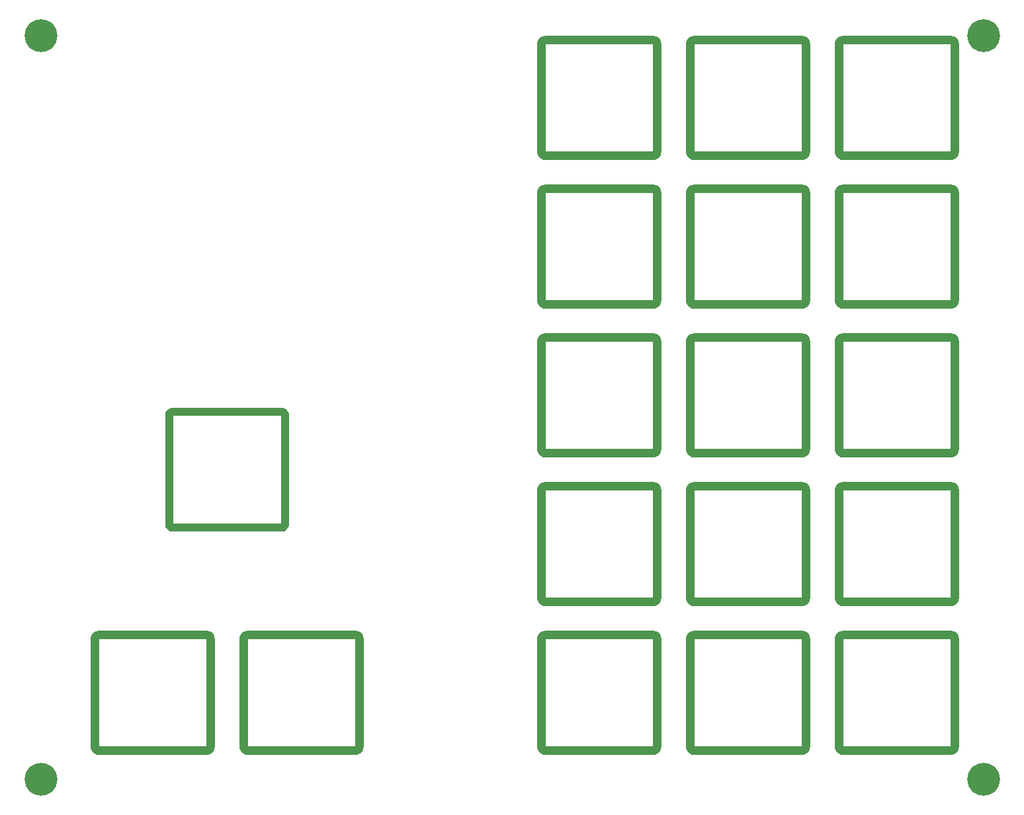
<source format=gbr>
%TF.GenerationSoftware,KiCad,Pcbnew,(5.1.10)-1*%
%TF.CreationDate,2021-08-05T22:39:10+03:00*%
%TF.ProjectId,plate-maker,706c6174-652d-46d6-916b-65722e6b6963,rev?*%
%TF.SameCoordinates,Original*%
%TF.FileFunction,Soldermask,Bot*%
%TF.FilePolarity,Negative*%
%FSLAX46Y46*%
G04 Gerber Fmt 4.6, Leading zero omitted, Abs format (unit mm)*
G04 Created by KiCad (PCBNEW (5.1.10)-1) date 2021-08-05 22:39:10*
%MOMM*%
%LPD*%
G01*
G04 APERTURE LIST*
%ADD10C,4.200000*%
%ADD11C,0.254000*%
%ADD12C,0.100000*%
G04 APERTURE END LIST*
D10*
%TO.C,REF\u002A\u002A*%
X147637500Y-147637500D03*
%TD*%
%TO.C,REF\u002A\u002A*%
X26987500Y-147637500D03*
%TD*%
%TO.C,REF\u002A\u002A*%
X26987500Y-52387500D03*
%TD*%
%TO.C,REF\u002A\u002A*%
X147637500Y-52387500D03*
%TD*%
D11*
X105532689Y-128731876D02*
X105696350Y-128781522D01*
X105847172Y-128862138D01*
X105979370Y-128970630D01*
X106087862Y-129102828D01*
X106168478Y-129253650D01*
X106218124Y-129417311D01*
X106235500Y-129593734D01*
X106235500Y-143456266D01*
X106218124Y-143632689D01*
X106168478Y-143796350D01*
X106087862Y-143947172D01*
X105979370Y-144079370D01*
X105847172Y-144187862D01*
X105696350Y-144268478D01*
X105532689Y-144318124D01*
X105356266Y-144335500D01*
X91493734Y-144335500D01*
X91317311Y-144318124D01*
X91153650Y-144268478D01*
X91002828Y-144187862D01*
X90870630Y-144079370D01*
X90762138Y-143947172D01*
X90681522Y-143796350D01*
X90631876Y-143632689D01*
X90614500Y-143456266D01*
X90614500Y-129593734D01*
X90621269Y-129525000D01*
X91425000Y-129525000D01*
X91425000Y-143525000D01*
X105425000Y-143525000D01*
X105425000Y-129525000D01*
X91425000Y-129525000D01*
X90621269Y-129525000D01*
X90631876Y-129417311D01*
X90681522Y-129253650D01*
X90762138Y-129102828D01*
X90870630Y-128970630D01*
X91002828Y-128862138D01*
X91153650Y-128781522D01*
X91317311Y-128731876D01*
X91493734Y-128714500D01*
X105356266Y-128714500D01*
X105532689Y-128731876D01*
D12*
G36*
X105532689Y-128731876D02*
G01*
X105696350Y-128781522D01*
X105847172Y-128862138D01*
X105979370Y-128970630D01*
X106087862Y-129102828D01*
X106168478Y-129253650D01*
X106218124Y-129417311D01*
X106235500Y-129593734D01*
X106235500Y-143456266D01*
X106218124Y-143632689D01*
X106168478Y-143796350D01*
X106087862Y-143947172D01*
X105979370Y-144079370D01*
X105847172Y-144187862D01*
X105696350Y-144268478D01*
X105532689Y-144318124D01*
X105356266Y-144335500D01*
X91493734Y-144335500D01*
X91317311Y-144318124D01*
X91153650Y-144268478D01*
X91002828Y-144187862D01*
X90870630Y-144079370D01*
X90762138Y-143947172D01*
X90681522Y-143796350D01*
X90631876Y-143632689D01*
X90614500Y-143456266D01*
X90614500Y-129593734D01*
X90621269Y-129525000D01*
X91425000Y-129525000D01*
X91425000Y-143525000D01*
X105425000Y-143525000D01*
X105425000Y-129525000D01*
X91425000Y-129525000D01*
X90621269Y-129525000D01*
X90631876Y-129417311D01*
X90681522Y-129253650D01*
X90762138Y-129102828D01*
X90870630Y-128970630D01*
X91002828Y-128862138D01*
X91153650Y-128781522D01*
X91317311Y-128731876D01*
X91493734Y-128714500D01*
X105356266Y-128714500D01*
X105532689Y-128731876D01*
G37*
D11*
X124582689Y-128731876D02*
X124746350Y-128781522D01*
X124897172Y-128862138D01*
X125029370Y-128970630D01*
X125137862Y-129102828D01*
X125218478Y-129253650D01*
X125268124Y-129417311D01*
X125285500Y-129593734D01*
X125285500Y-143456266D01*
X125268124Y-143632689D01*
X125218478Y-143796350D01*
X125137862Y-143947172D01*
X125029370Y-144079370D01*
X124897172Y-144187862D01*
X124746350Y-144268478D01*
X124582689Y-144318124D01*
X124406266Y-144335500D01*
X110543734Y-144335500D01*
X110367311Y-144318124D01*
X110203650Y-144268478D01*
X110052828Y-144187862D01*
X109920630Y-144079370D01*
X109812138Y-143947172D01*
X109731522Y-143796350D01*
X109681876Y-143632689D01*
X109664500Y-143456266D01*
X109664500Y-129593734D01*
X109671269Y-129525000D01*
X110475000Y-129525000D01*
X110475000Y-143525000D01*
X124475000Y-143525000D01*
X124475000Y-129525000D01*
X110475000Y-129525000D01*
X109671269Y-129525000D01*
X109681876Y-129417311D01*
X109731522Y-129253650D01*
X109812138Y-129102828D01*
X109920630Y-128970630D01*
X110052828Y-128862138D01*
X110203650Y-128781522D01*
X110367311Y-128731876D01*
X110543734Y-128714500D01*
X124406266Y-128714500D01*
X124582689Y-128731876D01*
D12*
G36*
X124582689Y-128731876D02*
G01*
X124746350Y-128781522D01*
X124897172Y-128862138D01*
X125029370Y-128970630D01*
X125137862Y-129102828D01*
X125218478Y-129253650D01*
X125268124Y-129417311D01*
X125285500Y-129593734D01*
X125285500Y-143456266D01*
X125268124Y-143632689D01*
X125218478Y-143796350D01*
X125137862Y-143947172D01*
X125029370Y-144079370D01*
X124897172Y-144187862D01*
X124746350Y-144268478D01*
X124582689Y-144318124D01*
X124406266Y-144335500D01*
X110543734Y-144335500D01*
X110367311Y-144318124D01*
X110203650Y-144268478D01*
X110052828Y-144187862D01*
X109920630Y-144079370D01*
X109812138Y-143947172D01*
X109731522Y-143796350D01*
X109681876Y-143632689D01*
X109664500Y-143456266D01*
X109664500Y-129593734D01*
X109671269Y-129525000D01*
X110475000Y-129525000D01*
X110475000Y-143525000D01*
X124475000Y-143525000D01*
X124475000Y-129525000D01*
X110475000Y-129525000D01*
X109671269Y-129525000D01*
X109681876Y-129417311D01*
X109731522Y-129253650D01*
X109812138Y-129102828D01*
X109920630Y-128970630D01*
X110052828Y-128862138D01*
X110203650Y-128781522D01*
X110367311Y-128731876D01*
X110543734Y-128714500D01*
X124406266Y-128714500D01*
X124582689Y-128731876D01*
G37*
D11*
X143632689Y-128731876D02*
X143796350Y-128781522D01*
X143947172Y-128862138D01*
X144079370Y-128970630D01*
X144187862Y-129102828D01*
X144268478Y-129253650D01*
X144318124Y-129417311D01*
X144335500Y-129593734D01*
X144335500Y-143456266D01*
X144318124Y-143632689D01*
X144268478Y-143796350D01*
X144187862Y-143947172D01*
X144079370Y-144079370D01*
X143947172Y-144187862D01*
X143796350Y-144268478D01*
X143632689Y-144318124D01*
X143456266Y-144335500D01*
X129593734Y-144335500D01*
X129417311Y-144318124D01*
X129253650Y-144268478D01*
X129102828Y-144187862D01*
X128970630Y-144079370D01*
X128862138Y-143947172D01*
X128781522Y-143796350D01*
X128731876Y-143632689D01*
X128714500Y-143456266D01*
X128714500Y-129593734D01*
X128721269Y-129525000D01*
X129525000Y-129525000D01*
X129525000Y-143525000D01*
X143525000Y-143525000D01*
X143525000Y-129525000D01*
X129525000Y-129525000D01*
X128721269Y-129525000D01*
X128731876Y-129417311D01*
X128781522Y-129253650D01*
X128862138Y-129102828D01*
X128970630Y-128970630D01*
X129102828Y-128862138D01*
X129253650Y-128781522D01*
X129417311Y-128731876D01*
X129593734Y-128714500D01*
X143456266Y-128714500D01*
X143632689Y-128731876D01*
D12*
G36*
X143632689Y-128731876D02*
G01*
X143796350Y-128781522D01*
X143947172Y-128862138D01*
X144079370Y-128970630D01*
X144187862Y-129102828D01*
X144268478Y-129253650D01*
X144318124Y-129417311D01*
X144335500Y-129593734D01*
X144335500Y-143456266D01*
X144318124Y-143632689D01*
X144268478Y-143796350D01*
X144187862Y-143947172D01*
X144079370Y-144079370D01*
X143947172Y-144187862D01*
X143796350Y-144268478D01*
X143632689Y-144318124D01*
X143456266Y-144335500D01*
X129593734Y-144335500D01*
X129417311Y-144318124D01*
X129253650Y-144268478D01*
X129102828Y-144187862D01*
X128970630Y-144079370D01*
X128862138Y-143947172D01*
X128781522Y-143796350D01*
X128731876Y-143632689D01*
X128714500Y-143456266D01*
X128714500Y-129593734D01*
X128721269Y-129525000D01*
X129525000Y-129525000D01*
X129525000Y-143525000D01*
X143525000Y-143525000D01*
X143525000Y-129525000D01*
X129525000Y-129525000D01*
X128721269Y-129525000D01*
X128731876Y-129417311D01*
X128781522Y-129253650D01*
X128862138Y-129102828D01*
X128970630Y-128970630D01*
X129102828Y-128862138D01*
X129253650Y-128781522D01*
X129417311Y-128731876D01*
X129593734Y-128714500D01*
X143456266Y-128714500D01*
X143632689Y-128731876D01*
G37*
D11*
X143632689Y-109681876D02*
X143796350Y-109731522D01*
X143947172Y-109812138D01*
X144079370Y-109920630D01*
X144187862Y-110052828D01*
X144268478Y-110203650D01*
X144318124Y-110367311D01*
X144335500Y-110543734D01*
X144335500Y-124406266D01*
X144318124Y-124582689D01*
X144268478Y-124746350D01*
X144187862Y-124897172D01*
X144079370Y-125029370D01*
X143947172Y-125137862D01*
X143796350Y-125218478D01*
X143632689Y-125268124D01*
X143456266Y-125285500D01*
X129593734Y-125285500D01*
X129417311Y-125268124D01*
X129253650Y-125218478D01*
X129102828Y-125137862D01*
X128970630Y-125029370D01*
X128862138Y-124897172D01*
X128781522Y-124746350D01*
X128731876Y-124582689D01*
X128714500Y-124406266D01*
X128714500Y-110543734D01*
X128721269Y-110475000D01*
X129525000Y-110475000D01*
X129525000Y-124475000D01*
X143525000Y-124475000D01*
X143525000Y-110475000D01*
X129525000Y-110475000D01*
X128721269Y-110475000D01*
X128731876Y-110367311D01*
X128781522Y-110203650D01*
X128862138Y-110052828D01*
X128970630Y-109920630D01*
X129102828Y-109812138D01*
X129253650Y-109731522D01*
X129417311Y-109681876D01*
X129593734Y-109664500D01*
X143456266Y-109664500D01*
X143632689Y-109681876D01*
D12*
G36*
X143632689Y-109681876D02*
G01*
X143796350Y-109731522D01*
X143947172Y-109812138D01*
X144079370Y-109920630D01*
X144187862Y-110052828D01*
X144268478Y-110203650D01*
X144318124Y-110367311D01*
X144335500Y-110543734D01*
X144335500Y-124406266D01*
X144318124Y-124582689D01*
X144268478Y-124746350D01*
X144187862Y-124897172D01*
X144079370Y-125029370D01*
X143947172Y-125137862D01*
X143796350Y-125218478D01*
X143632689Y-125268124D01*
X143456266Y-125285500D01*
X129593734Y-125285500D01*
X129417311Y-125268124D01*
X129253650Y-125218478D01*
X129102828Y-125137862D01*
X128970630Y-125029370D01*
X128862138Y-124897172D01*
X128781522Y-124746350D01*
X128731876Y-124582689D01*
X128714500Y-124406266D01*
X128714500Y-110543734D01*
X128721269Y-110475000D01*
X129525000Y-110475000D01*
X129525000Y-124475000D01*
X143525000Y-124475000D01*
X143525000Y-110475000D01*
X129525000Y-110475000D01*
X128721269Y-110475000D01*
X128731876Y-110367311D01*
X128781522Y-110203650D01*
X128862138Y-110052828D01*
X128970630Y-109920630D01*
X129102828Y-109812138D01*
X129253650Y-109731522D01*
X129417311Y-109681876D01*
X129593734Y-109664500D01*
X143456266Y-109664500D01*
X143632689Y-109681876D01*
G37*
D11*
X124582689Y-109681876D02*
X124746350Y-109731522D01*
X124897172Y-109812138D01*
X125029370Y-109920630D01*
X125137862Y-110052828D01*
X125218478Y-110203650D01*
X125268124Y-110367311D01*
X125285500Y-110543734D01*
X125285500Y-124406266D01*
X125268124Y-124582689D01*
X125218478Y-124746350D01*
X125137862Y-124897172D01*
X125029370Y-125029370D01*
X124897172Y-125137862D01*
X124746350Y-125218478D01*
X124582689Y-125268124D01*
X124406266Y-125285500D01*
X110543734Y-125285500D01*
X110367311Y-125268124D01*
X110203650Y-125218478D01*
X110052828Y-125137862D01*
X109920630Y-125029370D01*
X109812138Y-124897172D01*
X109731522Y-124746350D01*
X109681876Y-124582689D01*
X109664500Y-124406266D01*
X109664500Y-110543734D01*
X109671269Y-110475000D01*
X110475000Y-110475000D01*
X110475000Y-124475000D01*
X124475000Y-124475000D01*
X124475000Y-110475000D01*
X110475000Y-110475000D01*
X109671269Y-110475000D01*
X109681876Y-110367311D01*
X109731522Y-110203650D01*
X109812138Y-110052828D01*
X109920630Y-109920630D01*
X110052828Y-109812138D01*
X110203650Y-109731522D01*
X110367311Y-109681876D01*
X110543734Y-109664500D01*
X124406266Y-109664500D01*
X124582689Y-109681876D01*
D12*
G36*
X124582689Y-109681876D02*
G01*
X124746350Y-109731522D01*
X124897172Y-109812138D01*
X125029370Y-109920630D01*
X125137862Y-110052828D01*
X125218478Y-110203650D01*
X125268124Y-110367311D01*
X125285500Y-110543734D01*
X125285500Y-124406266D01*
X125268124Y-124582689D01*
X125218478Y-124746350D01*
X125137862Y-124897172D01*
X125029370Y-125029370D01*
X124897172Y-125137862D01*
X124746350Y-125218478D01*
X124582689Y-125268124D01*
X124406266Y-125285500D01*
X110543734Y-125285500D01*
X110367311Y-125268124D01*
X110203650Y-125218478D01*
X110052828Y-125137862D01*
X109920630Y-125029370D01*
X109812138Y-124897172D01*
X109731522Y-124746350D01*
X109681876Y-124582689D01*
X109664500Y-124406266D01*
X109664500Y-110543734D01*
X109671269Y-110475000D01*
X110475000Y-110475000D01*
X110475000Y-124475000D01*
X124475000Y-124475000D01*
X124475000Y-110475000D01*
X110475000Y-110475000D01*
X109671269Y-110475000D01*
X109681876Y-110367311D01*
X109731522Y-110203650D01*
X109812138Y-110052828D01*
X109920630Y-109920630D01*
X110052828Y-109812138D01*
X110203650Y-109731522D01*
X110367311Y-109681876D01*
X110543734Y-109664500D01*
X124406266Y-109664500D01*
X124582689Y-109681876D01*
G37*
D11*
X105532689Y-109681876D02*
X105696350Y-109731522D01*
X105847172Y-109812138D01*
X105979370Y-109920630D01*
X106087862Y-110052828D01*
X106168478Y-110203650D01*
X106218124Y-110367311D01*
X106235500Y-110543734D01*
X106235500Y-124406266D01*
X106218124Y-124582689D01*
X106168478Y-124746350D01*
X106087862Y-124897172D01*
X105979370Y-125029370D01*
X105847172Y-125137862D01*
X105696350Y-125218478D01*
X105532689Y-125268124D01*
X105356266Y-125285500D01*
X91493734Y-125285500D01*
X91317311Y-125268124D01*
X91153650Y-125218478D01*
X91002828Y-125137862D01*
X90870630Y-125029370D01*
X90762138Y-124897172D01*
X90681522Y-124746350D01*
X90631876Y-124582689D01*
X90614500Y-124406266D01*
X90614500Y-110543734D01*
X90621269Y-110475000D01*
X91425000Y-110475000D01*
X91425000Y-124475000D01*
X105425000Y-124475000D01*
X105425000Y-110475000D01*
X91425000Y-110475000D01*
X90621269Y-110475000D01*
X90631876Y-110367311D01*
X90681522Y-110203650D01*
X90762138Y-110052828D01*
X90870630Y-109920630D01*
X91002828Y-109812138D01*
X91153650Y-109731522D01*
X91317311Y-109681876D01*
X91493734Y-109664500D01*
X105356266Y-109664500D01*
X105532689Y-109681876D01*
D12*
G36*
X105532689Y-109681876D02*
G01*
X105696350Y-109731522D01*
X105847172Y-109812138D01*
X105979370Y-109920630D01*
X106087862Y-110052828D01*
X106168478Y-110203650D01*
X106218124Y-110367311D01*
X106235500Y-110543734D01*
X106235500Y-124406266D01*
X106218124Y-124582689D01*
X106168478Y-124746350D01*
X106087862Y-124897172D01*
X105979370Y-125029370D01*
X105847172Y-125137862D01*
X105696350Y-125218478D01*
X105532689Y-125268124D01*
X105356266Y-125285500D01*
X91493734Y-125285500D01*
X91317311Y-125268124D01*
X91153650Y-125218478D01*
X91002828Y-125137862D01*
X90870630Y-125029370D01*
X90762138Y-124897172D01*
X90681522Y-124746350D01*
X90631876Y-124582689D01*
X90614500Y-124406266D01*
X90614500Y-110543734D01*
X90621269Y-110475000D01*
X91425000Y-110475000D01*
X91425000Y-124475000D01*
X105425000Y-124475000D01*
X105425000Y-110475000D01*
X91425000Y-110475000D01*
X90621269Y-110475000D01*
X90631876Y-110367311D01*
X90681522Y-110203650D01*
X90762138Y-110052828D01*
X90870630Y-109920630D01*
X91002828Y-109812138D01*
X91153650Y-109731522D01*
X91317311Y-109681876D01*
X91493734Y-109664500D01*
X105356266Y-109664500D01*
X105532689Y-109681876D01*
G37*
D11*
X105532689Y-90631876D02*
X105696350Y-90681522D01*
X105847172Y-90762138D01*
X105979370Y-90870630D01*
X106087862Y-91002828D01*
X106168478Y-91153650D01*
X106218124Y-91317311D01*
X106235500Y-91493734D01*
X106235500Y-105356266D01*
X106218124Y-105532689D01*
X106168478Y-105696350D01*
X106087862Y-105847172D01*
X105979370Y-105979370D01*
X105847172Y-106087862D01*
X105696350Y-106168478D01*
X105532689Y-106218124D01*
X105356266Y-106235500D01*
X91493734Y-106235500D01*
X91317311Y-106218124D01*
X91153650Y-106168478D01*
X91002828Y-106087862D01*
X90870630Y-105979370D01*
X90762138Y-105847172D01*
X90681522Y-105696350D01*
X90631876Y-105532689D01*
X90614500Y-105356266D01*
X90614500Y-91493734D01*
X90621269Y-91425000D01*
X91425000Y-91425000D01*
X91425000Y-105425000D01*
X105425000Y-105425000D01*
X105425000Y-91425000D01*
X91425000Y-91425000D01*
X90621269Y-91425000D01*
X90631876Y-91317311D01*
X90681522Y-91153650D01*
X90762138Y-91002828D01*
X90870630Y-90870630D01*
X91002828Y-90762138D01*
X91153650Y-90681522D01*
X91317311Y-90631876D01*
X91493734Y-90614500D01*
X105356266Y-90614500D01*
X105532689Y-90631876D01*
D12*
G36*
X105532689Y-90631876D02*
G01*
X105696350Y-90681522D01*
X105847172Y-90762138D01*
X105979370Y-90870630D01*
X106087862Y-91002828D01*
X106168478Y-91153650D01*
X106218124Y-91317311D01*
X106235500Y-91493734D01*
X106235500Y-105356266D01*
X106218124Y-105532689D01*
X106168478Y-105696350D01*
X106087862Y-105847172D01*
X105979370Y-105979370D01*
X105847172Y-106087862D01*
X105696350Y-106168478D01*
X105532689Y-106218124D01*
X105356266Y-106235500D01*
X91493734Y-106235500D01*
X91317311Y-106218124D01*
X91153650Y-106168478D01*
X91002828Y-106087862D01*
X90870630Y-105979370D01*
X90762138Y-105847172D01*
X90681522Y-105696350D01*
X90631876Y-105532689D01*
X90614500Y-105356266D01*
X90614500Y-91493734D01*
X90621269Y-91425000D01*
X91425000Y-91425000D01*
X91425000Y-105425000D01*
X105425000Y-105425000D01*
X105425000Y-91425000D01*
X91425000Y-91425000D01*
X90621269Y-91425000D01*
X90631876Y-91317311D01*
X90681522Y-91153650D01*
X90762138Y-91002828D01*
X90870630Y-90870630D01*
X91002828Y-90762138D01*
X91153650Y-90681522D01*
X91317311Y-90631876D01*
X91493734Y-90614500D01*
X105356266Y-90614500D01*
X105532689Y-90631876D01*
G37*
D11*
X124582689Y-90631876D02*
X124746350Y-90681522D01*
X124897172Y-90762138D01*
X125029370Y-90870630D01*
X125137862Y-91002828D01*
X125218478Y-91153650D01*
X125268124Y-91317311D01*
X125285500Y-91493734D01*
X125285500Y-105356266D01*
X125268124Y-105532689D01*
X125218478Y-105696350D01*
X125137862Y-105847172D01*
X125029370Y-105979370D01*
X124897172Y-106087862D01*
X124746350Y-106168478D01*
X124582689Y-106218124D01*
X124406266Y-106235500D01*
X110543734Y-106235500D01*
X110367311Y-106218124D01*
X110203650Y-106168478D01*
X110052828Y-106087862D01*
X109920630Y-105979370D01*
X109812138Y-105847172D01*
X109731522Y-105696350D01*
X109681876Y-105532689D01*
X109664500Y-105356266D01*
X109664500Y-91493734D01*
X109671269Y-91425000D01*
X110475000Y-91425000D01*
X110475000Y-105425000D01*
X124475000Y-105425000D01*
X124475000Y-91425000D01*
X110475000Y-91425000D01*
X109671269Y-91425000D01*
X109681876Y-91317311D01*
X109731522Y-91153650D01*
X109812138Y-91002828D01*
X109920630Y-90870630D01*
X110052828Y-90762138D01*
X110203650Y-90681522D01*
X110367311Y-90631876D01*
X110543734Y-90614500D01*
X124406266Y-90614500D01*
X124582689Y-90631876D01*
D12*
G36*
X124582689Y-90631876D02*
G01*
X124746350Y-90681522D01*
X124897172Y-90762138D01*
X125029370Y-90870630D01*
X125137862Y-91002828D01*
X125218478Y-91153650D01*
X125268124Y-91317311D01*
X125285500Y-91493734D01*
X125285500Y-105356266D01*
X125268124Y-105532689D01*
X125218478Y-105696350D01*
X125137862Y-105847172D01*
X125029370Y-105979370D01*
X124897172Y-106087862D01*
X124746350Y-106168478D01*
X124582689Y-106218124D01*
X124406266Y-106235500D01*
X110543734Y-106235500D01*
X110367311Y-106218124D01*
X110203650Y-106168478D01*
X110052828Y-106087862D01*
X109920630Y-105979370D01*
X109812138Y-105847172D01*
X109731522Y-105696350D01*
X109681876Y-105532689D01*
X109664500Y-105356266D01*
X109664500Y-91493734D01*
X109671269Y-91425000D01*
X110475000Y-91425000D01*
X110475000Y-105425000D01*
X124475000Y-105425000D01*
X124475000Y-91425000D01*
X110475000Y-91425000D01*
X109671269Y-91425000D01*
X109681876Y-91317311D01*
X109731522Y-91153650D01*
X109812138Y-91002828D01*
X109920630Y-90870630D01*
X110052828Y-90762138D01*
X110203650Y-90681522D01*
X110367311Y-90631876D01*
X110543734Y-90614500D01*
X124406266Y-90614500D01*
X124582689Y-90631876D01*
G37*
D11*
X143632689Y-90631876D02*
X143796350Y-90681522D01*
X143947172Y-90762138D01*
X144079370Y-90870630D01*
X144187862Y-91002828D01*
X144268478Y-91153650D01*
X144318124Y-91317311D01*
X144335500Y-91493734D01*
X144335500Y-105356266D01*
X144318124Y-105532689D01*
X144268478Y-105696350D01*
X144187862Y-105847172D01*
X144079370Y-105979370D01*
X143947172Y-106087862D01*
X143796350Y-106168478D01*
X143632689Y-106218124D01*
X143456266Y-106235500D01*
X129593734Y-106235500D01*
X129417311Y-106218124D01*
X129253650Y-106168478D01*
X129102828Y-106087862D01*
X128970630Y-105979370D01*
X128862138Y-105847172D01*
X128781522Y-105696350D01*
X128731876Y-105532689D01*
X128714500Y-105356266D01*
X128714500Y-91493734D01*
X128721269Y-91425000D01*
X129525000Y-91425000D01*
X129525000Y-105425000D01*
X143525000Y-105425000D01*
X143525000Y-91425000D01*
X129525000Y-91425000D01*
X128721269Y-91425000D01*
X128731876Y-91317311D01*
X128781522Y-91153650D01*
X128862138Y-91002828D01*
X128970630Y-90870630D01*
X129102828Y-90762138D01*
X129253650Y-90681522D01*
X129417311Y-90631876D01*
X129593734Y-90614500D01*
X143456266Y-90614500D01*
X143632689Y-90631876D01*
D12*
G36*
X143632689Y-90631876D02*
G01*
X143796350Y-90681522D01*
X143947172Y-90762138D01*
X144079370Y-90870630D01*
X144187862Y-91002828D01*
X144268478Y-91153650D01*
X144318124Y-91317311D01*
X144335500Y-91493734D01*
X144335500Y-105356266D01*
X144318124Y-105532689D01*
X144268478Y-105696350D01*
X144187862Y-105847172D01*
X144079370Y-105979370D01*
X143947172Y-106087862D01*
X143796350Y-106168478D01*
X143632689Y-106218124D01*
X143456266Y-106235500D01*
X129593734Y-106235500D01*
X129417311Y-106218124D01*
X129253650Y-106168478D01*
X129102828Y-106087862D01*
X128970630Y-105979370D01*
X128862138Y-105847172D01*
X128781522Y-105696350D01*
X128731876Y-105532689D01*
X128714500Y-105356266D01*
X128714500Y-91493734D01*
X128721269Y-91425000D01*
X129525000Y-91425000D01*
X129525000Y-105425000D01*
X143525000Y-105425000D01*
X143525000Y-91425000D01*
X129525000Y-91425000D01*
X128721269Y-91425000D01*
X128731876Y-91317311D01*
X128781522Y-91153650D01*
X128862138Y-91002828D01*
X128970630Y-90870630D01*
X129102828Y-90762138D01*
X129253650Y-90681522D01*
X129417311Y-90631876D01*
X129593734Y-90614500D01*
X143456266Y-90614500D01*
X143632689Y-90631876D01*
G37*
D11*
X143632689Y-71581876D02*
X143796350Y-71631522D01*
X143947172Y-71712138D01*
X144079370Y-71820630D01*
X144187862Y-71952828D01*
X144268478Y-72103650D01*
X144318124Y-72267311D01*
X144335500Y-72443734D01*
X144335500Y-86306266D01*
X144318124Y-86482689D01*
X144268478Y-86646350D01*
X144187862Y-86797172D01*
X144079370Y-86929370D01*
X143947172Y-87037862D01*
X143796350Y-87118478D01*
X143632689Y-87168124D01*
X143456266Y-87185500D01*
X129593734Y-87185500D01*
X129417311Y-87168124D01*
X129253650Y-87118478D01*
X129102828Y-87037862D01*
X128970630Y-86929370D01*
X128862138Y-86797172D01*
X128781522Y-86646350D01*
X128731876Y-86482689D01*
X128714500Y-86306266D01*
X128714500Y-72443734D01*
X128721269Y-72375000D01*
X129525000Y-72375000D01*
X129525000Y-86375000D01*
X143525000Y-86375000D01*
X143525000Y-72375000D01*
X129525000Y-72375000D01*
X128721269Y-72375000D01*
X128731876Y-72267311D01*
X128781522Y-72103650D01*
X128862138Y-71952828D01*
X128970630Y-71820630D01*
X129102828Y-71712138D01*
X129253650Y-71631522D01*
X129417311Y-71581876D01*
X129593734Y-71564500D01*
X143456266Y-71564500D01*
X143632689Y-71581876D01*
D12*
G36*
X143632689Y-71581876D02*
G01*
X143796350Y-71631522D01*
X143947172Y-71712138D01*
X144079370Y-71820630D01*
X144187862Y-71952828D01*
X144268478Y-72103650D01*
X144318124Y-72267311D01*
X144335500Y-72443734D01*
X144335500Y-86306266D01*
X144318124Y-86482689D01*
X144268478Y-86646350D01*
X144187862Y-86797172D01*
X144079370Y-86929370D01*
X143947172Y-87037862D01*
X143796350Y-87118478D01*
X143632689Y-87168124D01*
X143456266Y-87185500D01*
X129593734Y-87185500D01*
X129417311Y-87168124D01*
X129253650Y-87118478D01*
X129102828Y-87037862D01*
X128970630Y-86929370D01*
X128862138Y-86797172D01*
X128781522Y-86646350D01*
X128731876Y-86482689D01*
X128714500Y-86306266D01*
X128714500Y-72443734D01*
X128721269Y-72375000D01*
X129525000Y-72375000D01*
X129525000Y-86375000D01*
X143525000Y-86375000D01*
X143525000Y-72375000D01*
X129525000Y-72375000D01*
X128721269Y-72375000D01*
X128731876Y-72267311D01*
X128781522Y-72103650D01*
X128862138Y-71952828D01*
X128970630Y-71820630D01*
X129102828Y-71712138D01*
X129253650Y-71631522D01*
X129417311Y-71581876D01*
X129593734Y-71564500D01*
X143456266Y-71564500D01*
X143632689Y-71581876D01*
G37*
D11*
X124582689Y-71581876D02*
X124746350Y-71631522D01*
X124897172Y-71712138D01*
X125029370Y-71820630D01*
X125137862Y-71952828D01*
X125218478Y-72103650D01*
X125268124Y-72267311D01*
X125285500Y-72443734D01*
X125285500Y-86306266D01*
X125268124Y-86482689D01*
X125218478Y-86646350D01*
X125137862Y-86797172D01*
X125029370Y-86929370D01*
X124897172Y-87037862D01*
X124746350Y-87118478D01*
X124582689Y-87168124D01*
X124406266Y-87185500D01*
X110543734Y-87185500D01*
X110367311Y-87168124D01*
X110203650Y-87118478D01*
X110052828Y-87037862D01*
X109920630Y-86929370D01*
X109812138Y-86797172D01*
X109731522Y-86646350D01*
X109681876Y-86482689D01*
X109664500Y-86306266D01*
X109664500Y-72443734D01*
X109671269Y-72375000D01*
X110475000Y-72375000D01*
X110475000Y-86375000D01*
X124475000Y-86375000D01*
X124475000Y-72375000D01*
X110475000Y-72375000D01*
X109671269Y-72375000D01*
X109681876Y-72267311D01*
X109731522Y-72103650D01*
X109812138Y-71952828D01*
X109920630Y-71820630D01*
X110052828Y-71712138D01*
X110203650Y-71631522D01*
X110367311Y-71581876D01*
X110543734Y-71564500D01*
X124406266Y-71564500D01*
X124582689Y-71581876D01*
D12*
G36*
X124582689Y-71581876D02*
G01*
X124746350Y-71631522D01*
X124897172Y-71712138D01*
X125029370Y-71820630D01*
X125137862Y-71952828D01*
X125218478Y-72103650D01*
X125268124Y-72267311D01*
X125285500Y-72443734D01*
X125285500Y-86306266D01*
X125268124Y-86482689D01*
X125218478Y-86646350D01*
X125137862Y-86797172D01*
X125029370Y-86929370D01*
X124897172Y-87037862D01*
X124746350Y-87118478D01*
X124582689Y-87168124D01*
X124406266Y-87185500D01*
X110543734Y-87185500D01*
X110367311Y-87168124D01*
X110203650Y-87118478D01*
X110052828Y-87037862D01*
X109920630Y-86929370D01*
X109812138Y-86797172D01*
X109731522Y-86646350D01*
X109681876Y-86482689D01*
X109664500Y-86306266D01*
X109664500Y-72443734D01*
X109671269Y-72375000D01*
X110475000Y-72375000D01*
X110475000Y-86375000D01*
X124475000Y-86375000D01*
X124475000Y-72375000D01*
X110475000Y-72375000D01*
X109671269Y-72375000D01*
X109681876Y-72267311D01*
X109731522Y-72103650D01*
X109812138Y-71952828D01*
X109920630Y-71820630D01*
X110052828Y-71712138D01*
X110203650Y-71631522D01*
X110367311Y-71581876D01*
X110543734Y-71564500D01*
X124406266Y-71564500D01*
X124582689Y-71581876D01*
G37*
D11*
X105532689Y-71581876D02*
X105696350Y-71631522D01*
X105847172Y-71712138D01*
X105979370Y-71820630D01*
X106087862Y-71952828D01*
X106168478Y-72103650D01*
X106218124Y-72267311D01*
X106235500Y-72443734D01*
X106235500Y-86306266D01*
X106218124Y-86482689D01*
X106168478Y-86646350D01*
X106087862Y-86797172D01*
X105979370Y-86929370D01*
X105847172Y-87037862D01*
X105696350Y-87118478D01*
X105532689Y-87168124D01*
X105356266Y-87185500D01*
X91493734Y-87185500D01*
X91317311Y-87168124D01*
X91153650Y-87118478D01*
X91002828Y-87037862D01*
X90870630Y-86929370D01*
X90762138Y-86797172D01*
X90681522Y-86646350D01*
X90631876Y-86482689D01*
X90614500Y-86306266D01*
X90614500Y-72443734D01*
X90621269Y-72375000D01*
X91425000Y-72375000D01*
X91425000Y-86375000D01*
X105425000Y-86375000D01*
X105425000Y-72375000D01*
X91425000Y-72375000D01*
X90621269Y-72375000D01*
X90631876Y-72267311D01*
X90681522Y-72103650D01*
X90762138Y-71952828D01*
X90870630Y-71820630D01*
X91002828Y-71712138D01*
X91153650Y-71631522D01*
X91317311Y-71581876D01*
X91493734Y-71564500D01*
X105356266Y-71564500D01*
X105532689Y-71581876D01*
D12*
G36*
X105532689Y-71581876D02*
G01*
X105696350Y-71631522D01*
X105847172Y-71712138D01*
X105979370Y-71820630D01*
X106087862Y-71952828D01*
X106168478Y-72103650D01*
X106218124Y-72267311D01*
X106235500Y-72443734D01*
X106235500Y-86306266D01*
X106218124Y-86482689D01*
X106168478Y-86646350D01*
X106087862Y-86797172D01*
X105979370Y-86929370D01*
X105847172Y-87037862D01*
X105696350Y-87118478D01*
X105532689Y-87168124D01*
X105356266Y-87185500D01*
X91493734Y-87185500D01*
X91317311Y-87168124D01*
X91153650Y-87118478D01*
X91002828Y-87037862D01*
X90870630Y-86929370D01*
X90762138Y-86797172D01*
X90681522Y-86646350D01*
X90631876Y-86482689D01*
X90614500Y-86306266D01*
X90614500Y-72443734D01*
X90621269Y-72375000D01*
X91425000Y-72375000D01*
X91425000Y-86375000D01*
X105425000Y-86375000D01*
X105425000Y-72375000D01*
X91425000Y-72375000D01*
X90621269Y-72375000D01*
X90631876Y-72267311D01*
X90681522Y-72103650D01*
X90762138Y-71952828D01*
X90870630Y-71820630D01*
X91002828Y-71712138D01*
X91153650Y-71631522D01*
X91317311Y-71581876D01*
X91493734Y-71564500D01*
X105356266Y-71564500D01*
X105532689Y-71581876D01*
G37*
D11*
X105532689Y-52531876D02*
X105696350Y-52581522D01*
X105847172Y-52662138D01*
X105979370Y-52770630D01*
X106087862Y-52902828D01*
X106168478Y-53053650D01*
X106218124Y-53217311D01*
X106235500Y-53393734D01*
X106235500Y-67256266D01*
X106218124Y-67432689D01*
X106168478Y-67596350D01*
X106087862Y-67747172D01*
X105979370Y-67879370D01*
X105847172Y-67987862D01*
X105696350Y-68068478D01*
X105532689Y-68118124D01*
X105356266Y-68135500D01*
X91493734Y-68135500D01*
X91317311Y-68118124D01*
X91153650Y-68068478D01*
X91002828Y-67987862D01*
X90870630Y-67879370D01*
X90762138Y-67747172D01*
X90681522Y-67596350D01*
X90631876Y-67432689D01*
X90614500Y-67256266D01*
X90614500Y-53393734D01*
X90621269Y-53325000D01*
X91425000Y-53325000D01*
X91425000Y-67325000D01*
X105425000Y-67325000D01*
X105425000Y-53325000D01*
X91425000Y-53325000D01*
X90621269Y-53325000D01*
X90631876Y-53217311D01*
X90681522Y-53053650D01*
X90762138Y-52902828D01*
X90870630Y-52770630D01*
X91002828Y-52662138D01*
X91153650Y-52581522D01*
X91317311Y-52531876D01*
X91493734Y-52514500D01*
X105356266Y-52514500D01*
X105532689Y-52531876D01*
D12*
G36*
X105532689Y-52531876D02*
G01*
X105696350Y-52581522D01*
X105847172Y-52662138D01*
X105979370Y-52770630D01*
X106087862Y-52902828D01*
X106168478Y-53053650D01*
X106218124Y-53217311D01*
X106235500Y-53393734D01*
X106235500Y-67256266D01*
X106218124Y-67432689D01*
X106168478Y-67596350D01*
X106087862Y-67747172D01*
X105979370Y-67879370D01*
X105847172Y-67987862D01*
X105696350Y-68068478D01*
X105532689Y-68118124D01*
X105356266Y-68135500D01*
X91493734Y-68135500D01*
X91317311Y-68118124D01*
X91153650Y-68068478D01*
X91002828Y-67987862D01*
X90870630Y-67879370D01*
X90762138Y-67747172D01*
X90681522Y-67596350D01*
X90631876Y-67432689D01*
X90614500Y-67256266D01*
X90614500Y-53393734D01*
X90621269Y-53325000D01*
X91425000Y-53325000D01*
X91425000Y-67325000D01*
X105425000Y-67325000D01*
X105425000Y-53325000D01*
X91425000Y-53325000D01*
X90621269Y-53325000D01*
X90631876Y-53217311D01*
X90681522Y-53053650D01*
X90762138Y-52902828D01*
X90870630Y-52770630D01*
X91002828Y-52662138D01*
X91153650Y-52581522D01*
X91317311Y-52531876D01*
X91493734Y-52514500D01*
X105356266Y-52514500D01*
X105532689Y-52531876D01*
G37*
D11*
X124582689Y-52531876D02*
X124746350Y-52581522D01*
X124897172Y-52662138D01*
X125029370Y-52770630D01*
X125137862Y-52902828D01*
X125218478Y-53053650D01*
X125268124Y-53217311D01*
X125285500Y-53393734D01*
X125285500Y-67256266D01*
X125268124Y-67432689D01*
X125218478Y-67596350D01*
X125137862Y-67747172D01*
X125029370Y-67879370D01*
X124897172Y-67987862D01*
X124746350Y-68068478D01*
X124582689Y-68118124D01*
X124406266Y-68135500D01*
X110543734Y-68135500D01*
X110367311Y-68118124D01*
X110203650Y-68068478D01*
X110052828Y-67987862D01*
X109920630Y-67879370D01*
X109812138Y-67747172D01*
X109731522Y-67596350D01*
X109681876Y-67432689D01*
X109664500Y-67256266D01*
X109664500Y-53393734D01*
X109671269Y-53325000D01*
X110475000Y-53325000D01*
X110475000Y-67325000D01*
X124475000Y-67325000D01*
X124475000Y-53325000D01*
X110475000Y-53325000D01*
X109671269Y-53325000D01*
X109681876Y-53217311D01*
X109731522Y-53053650D01*
X109812138Y-52902828D01*
X109920630Y-52770630D01*
X110052828Y-52662138D01*
X110203650Y-52581522D01*
X110367311Y-52531876D01*
X110543734Y-52514500D01*
X124406266Y-52514500D01*
X124582689Y-52531876D01*
D12*
G36*
X124582689Y-52531876D02*
G01*
X124746350Y-52581522D01*
X124897172Y-52662138D01*
X125029370Y-52770630D01*
X125137862Y-52902828D01*
X125218478Y-53053650D01*
X125268124Y-53217311D01*
X125285500Y-53393734D01*
X125285500Y-67256266D01*
X125268124Y-67432689D01*
X125218478Y-67596350D01*
X125137862Y-67747172D01*
X125029370Y-67879370D01*
X124897172Y-67987862D01*
X124746350Y-68068478D01*
X124582689Y-68118124D01*
X124406266Y-68135500D01*
X110543734Y-68135500D01*
X110367311Y-68118124D01*
X110203650Y-68068478D01*
X110052828Y-67987862D01*
X109920630Y-67879370D01*
X109812138Y-67747172D01*
X109731522Y-67596350D01*
X109681876Y-67432689D01*
X109664500Y-67256266D01*
X109664500Y-53393734D01*
X109671269Y-53325000D01*
X110475000Y-53325000D01*
X110475000Y-67325000D01*
X124475000Y-67325000D01*
X124475000Y-53325000D01*
X110475000Y-53325000D01*
X109671269Y-53325000D01*
X109681876Y-53217311D01*
X109731522Y-53053650D01*
X109812138Y-52902828D01*
X109920630Y-52770630D01*
X110052828Y-52662138D01*
X110203650Y-52581522D01*
X110367311Y-52531876D01*
X110543734Y-52514500D01*
X124406266Y-52514500D01*
X124582689Y-52531876D01*
G37*
D11*
X143632689Y-52531876D02*
X143796350Y-52581522D01*
X143947172Y-52662138D01*
X144079370Y-52770630D01*
X144187862Y-52902828D01*
X144268478Y-53053650D01*
X144318124Y-53217311D01*
X144335500Y-53393734D01*
X144335500Y-67256266D01*
X144318124Y-67432689D01*
X144268478Y-67596350D01*
X144187862Y-67747172D01*
X144079370Y-67879370D01*
X143947172Y-67987862D01*
X143796350Y-68068478D01*
X143632689Y-68118124D01*
X143456266Y-68135500D01*
X129593734Y-68135500D01*
X129417311Y-68118124D01*
X129253650Y-68068478D01*
X129102828Y-67987862D01*
X128970630Y-67879370D01*
X128862138Y-67747172D01*
X128781522Y-67596350D01*
X128731876Y-67432689D01*
X128714500Y-67256266D01*
X128714500Y-53393734D01*
X128721269Y-53325000D01*
X129525000Y-53325000D01*
X129525000Y-67325000D01*
X143525000Y-67325000D01*
X143525000Y-53325000D01*
X129525000Y-53325000D01*
X128721269Y-53325000D01*
X128731876Y-53217311D01*
X128781522Y-53053650D01*
X128862138Y-52902828D01*
X128970630Y-52770630D01*
X129102828Y-52662138D01*
X129253650Y-52581522D01*
X129417311Y-52531876D01*
X129593734Y-52514500D01*
X143456266Y-52514500D01*
X143632689Y-52531876D01*
D12*
G36*
X143632689Y-52531876D02*
G01*
X143796350Y-52581522D01*
X143947172Y-52662138D01*
X144079370Y-52770630D01*
X144187862Y-52902828D01*
X144268478Y-53053650D01*
X144318124Y-53217311D01*
X144335500Y-53393734D01*
X144335500Y-67256266D01*
X144318124Y-67432689D01*
X144268478Y-67596350D01*
X144187862Y-67747172D01*
X144079370Y-67879370D01*
X143947172Y-67987862D01*
X143796350Y-68068478D01*
X143632689Y-68118124D01*
X143456266Y-68135500D01*
X129593734Y-68135500D01*
X129417311Y-68118124D01*
X129253650Y-68068478D01*
X129102828Y-67987862D01*
X128970630Y-67879370D01*
X128862138Y-67747172D01*
X128781522Y-67596350D01*
X128731876Y-67432689D01*
X128714500Y-67256266D01*
X128714500Y-53393734D01*
X128721269Y-53325000D01*
X129525000Y-53325000D01*
X129525000Y-67325000D01*
X143525000Y-67325000D01*
X143525000Y-53325000D01*
X129525000Y-53325000D01*
X128721269Y-53325000D01*
X128731876Y-53217311D01*
X128781522Y-53053650D01*
X128862138Y-52902828D01*
X128970630Y-52770630D01*
X129102828Y-52662138D01*
X129253650Y-52581522D01*
X129417311Y-52531876D01*
X129593734Y-52514500D01*
X143456266Y-52514500D01*
X143632689Y-52531876D01*
G37*
D11*
X48382689Y-128731876D02*
X48546350Y-128781522D01*
X48697172Y-128862138D01*
X48829370Y-128970630D01*
X48937862Y-129102828D01*
X49018478Y-129253650D01*
X49068124Y-129417311D01*
X49085500Y-129593734D01*
X49085500Y-143456266D01*
X49068124Y-143632689D01*
X49018478Y-143796350D01*
X48937862Y-143947172D01*
X48829370Y-144079370D01*
X48697172Y-144187862D01*
X48546350Y-144268478D01*
X48382689Y-144318124D01*
X48206266Y-144335500D01*
X34343734Y-144335500D01*
X34167311Y-144318124D01*
X34003650Y-144268478D01*
X33852828Y-144187862D01*
X33720630Y-144079370D01*
X33612138Y-143947172D01*
X33531522Y-143796350D01*
X33481876Y-143632689D01*
X33464500Y-143456266D01*
X33464500Y-129593734D01*
X33471269Y-129525000D01*
X34275000Y-129525000D01*
X34275000Y-143525000D01*
X48275000Y-143525000D01*
X48275000Y-129525000D01*
X34275000Y-129525000D01*
X33471269Y-129525000D01*
X33481876Y-129417311D01*
X33531522Y-129253650D01*
X33612138Y-129102828D01*
X33720630Y-128970630D01*
X33852828Y-128862138D01*
X34003650Y-128781522D01*
X34167311Y-128731876D01*
X34343734Y-128714500D01*
X48206266Y-128714500D01*
X48382689Y-128731876D01*
D12*
G36*
X48382689Y-128731876D02*
G01*
X48546350Y-128781522D01*
X48697172Y-128862138D01*
X48829370Y-128970630D01*
X48937862Y-129102828D01*
X49018478Y-129253650D01*
X49068124Y-129417311D01*
X49085500Y-129593734D01*
X49085500Y-143456266D01*
X49068124Y-143632689D01*
X49018478Y-143796350D01*
X48937862Y-143947172D01*
X48829370Y-144079370D01*
X48697172Y-144187862D01*
X48546350Y-144268478D01*
X48382689Y-144318124D01*
X48206266Y-144335500D01*
X34343734Y-144335500D01*
X34167311Y-144318124D01*
X34003650Y-144268478D01*
X33852828Y-144187862D01*
X33720630Y-144079370D01*
X33612138Y-143947172D01*
X33531522Y-143796350D01*
X33481876Y-143632689D01*
X33464500Y-143456266D01*
X33464500Y-129593734D01*
X33471269Y-129525000D01*
X34275000Y-129525000D01*
X34275000Y-143525000D01*
X48275000Y-143525000D01*
X48275000Y-129525000D01*
X34275000Y-129525000D01*
X33471269Y-129525000D01*
X33481876Y-129417311D01*
X33531522Y-129253650D01*
X33612138Y-129102828D01*
X33720630Y-128970630D01*
X33852828Y-128862138D01*
X34003650Y-128781522D01*
X34167311Y-128731876D01*
X34343734Y-128714500D01*
X48206266Y-128714500D01*
X48382689Y-128731876D01*
G37*
D11*
X67432689Y-128731876D02*
X67596350Y-128781522D01*
X67747172Y-128862138D01*
X67879370Y-128970630D01*
X67987862Y-129102828D01*
X68068478Y-129253650D01*
X68118124Y-129417311D01*
X68135500Y-129593734D01*
X68135500Y-143456266D01*
X68118124Y-143632689D01*
X68068478Y-143796350D01*
X67987862Y-143947172D01*
X67879370Y-144079370D01*
X67747172Y-144187862D01*
X67596350Y-144268478D01*
X67432689Y-144318124D01*
X67256266Y-144335500D01*
X53393734Y-144335500D01*
X53217311Y-144318124D01*
X53053650Y-144268478D01*
X52902828Y-144187862D01*
X52770630Y-144079370D01*
X52662138Y-143947172D01*
X52581522Y-143796350D01*
X52531876Y-143632689D01*
X52514500Y-143456266D01*
X52514500Y-129593734D01*
X52521269Y-129525000D01*
X53325000Y-129525000D01*
X53325000Y-143525000D01*
X67325000Y-143525000D01*
X67325000Y-129525000D01*
X53325000Y-129525000D01*
X52521269Y-129525000D01*
X52531876Y-129417311D01*
X52581522Y-129253650D01*
X52662138Y-129102828D01*
X52770630Y-128970630D01*
X52902828Y-128862138D01*
X53053650Y-128781522D01*
X53217311Y-128731876D01*
X53393734Y-128714500D01*
X67256266Y-128714500D01*
X67432689Y-128731876D01*
D12*
G36*
X67432689Y-128731876D02*
G01*
X67596350Y-128781522D01*
X67747172Y-128862138D01*
X67879370Y-128970630D01*
X67987862Y-129102828D01*
X68068478Y-129253650D01*
X68118124Y-129417311D01*
X68135500Y-129593734D01*
X68135500Y-143456266D01*
X68118124Y-143632689D01*
X68068478Y-143796350D01*
X67987862Y-143947172D01*
X67879370Y-144079370D01*
X67747172Y-144187862D01*
X67596350Y-144268478D01*
X67432689Y-144318124D01*
X67256266Y-144335500D01*
X53393734Y-144335500D01*
X53217311Y-144318124D01*
X53053650Y-144268478D01*
X52902828Y-144187862D01*
X52770630Y-144079370D01*
X52662138Y-143947172D01*
X52581522Y-143796350D01*
X52531876Y-143632689D01*
X52514500Y-143456266D01*
X52514500Y-129593734D01*
X52521269Y-129525000D01*
X53325000Y-129525000D01*
X53325000Y-143525000D01*
X67325000Y-143525000D01*
X67325000Y-129525000D01*
X53325000Y-129525000D01*
X52521269Y-129525000D01*
X52531876Y-129417311D01*
X52581522Y-129253650D01*
X52662138Y-129102828D01*
X52770630Y-128970630D01*
X52902828Y-128862138D01*
X53053650Y-128781522D01*
X53217311Y-128731876D01*
X53393734Y-128714500D01*
X67256266Y-128714500D01*
X67432689Y-128731876D01*
G37*
D11*
X57907689Y-100156876D02*
X58071350Y-100206522D01*
X58222172Y-100287138D01*
X58354370Y-100395630D01*
X58462862Y-100527828D01*
X58543478Y-100678650D01*
X58593124Y-100842311D01*
X58610500Y-101018734D01*
X58610500Y-114881266D01*
X58593124Y-115057689D01*
X58543478Y-115221350D01*
X58462862Y-115372172D01*
X58354370Y-115504370D01*
X58222172Y-115612862D01*
X58071350Y-115693478D01*
X57907689Y-115743124D01*
X57731266Y-115760500D01*
X43868734Y-115760500D01*
X43692311Y-115743124D01*
X43528650Y-115693478D01*
X43377828Y-115612862D01*
X43245630Y-115504370D01*
X43137138Y-115372172D01*
X43056522Y-115221350D01*
X43006876Y-115057689D01*
X42989500Y-114881266D01*
X42989500Y-101018734D01*
X42996269Y-100950000D01*
X43800000Y-100950000D01*
X43800000Y-114950000D01*
X57800000Y-114950000D01*
X57800000Y-100950000D01*
X43800000Y-100950000D01*
X42996269Y-100950000D01*
X43006876Y-100842311D01*
X43056522Y-100678650D01*
X43137138Y-100527828D01*
X43245630Y-100395630D01*
X43377828Y-100287138D01*
X43528650Y-100206522D01*
X43692311Y-100156876D01*
X43868734Y-100139500D01*
X57731266Y-100139500D01*
X57907689Y-100156876D01*
D12*
G36*
X57907689Y-100156876D02*
G01*
X58071350Y-100206522D01*
X58222172Y-100287138D01*
X58354370Y-100395630D01*
X58462862Y-100527828D01*
X58543478Y-100678650D01*
X58593124Y-100842311D01*
X58610500Y-101018734D01*
X58610500Y-114881266D01*
X58593124Y-115057689D01*
X58543478Y-115221350D01*
X58462862Y-115372172D01*
X58354370Y-115504370D01*
X58222172Y-115612862D01*
X58071350Y-115693478D01*
X57907689Y-115743124D01*
X57731266Y-115760500D01*
X43868734Y-115760500D01*
X43692311Y-115743124D01*
X43528650Y-115693478D01*
X43377828Y-115612862D01*
X43245630Y-115504370D01*
X43137138Y-115372172D01*
X43056522Y-115221350D01*
X43006876Y-115057689D01*
X42989500Y-114881266D01*
X42989500Y-101018734D01*
X42996269Y-100950000D01*
X43800000Y-100950000D01*
X43800000Y-114950000D01*
X57800000Y-114950000D01*
X57800000Y-100950000D01*
X43800000Y-100950000D01*
X42996269Y-100950000D01*
X43006876Y-100842311D01*
X43056522Y-100678650D01*
X43137138Y-100527828D01*
X43245630Y-100395630D01*
X43377828Y-100287138D01*
X43528650Y-100206522D01*
X43692311Y-100156876D01*
X43868734Y-100139500D01*
X57731266Y-100139500D01*
X57907689Y-100156876D01*
G37*
M02*

</source>
